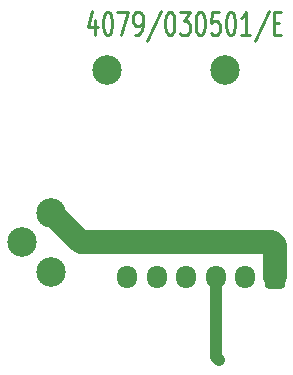
<source format=gbr>
%TF.GenerationSoftware,KiCad,Pcbnew,9.0.0*%
%TF.CreationDate,2025-03-13T20:31:58+01:00*%
%TF.ProjectId,Tasterplatine,54617374-6572-4706-9c61-74696e652e6b,1*%
%TF.SameCoordinates,Original*%
%TF.FileFunction,Copper,L1,Top*%
%TF.FilePolarity,Positive*%
%FSLAX46Y46*%
G04 Gerber Fmt 4.6, Leading zero omitted, Abs format (unit mm)*
G04 Created by KiCad (PCBNEW 9.0.0) date 2025-03-13 20:31:58*
%MOMM*%
%LPD*%
G01*
G04 APERTURE LIST*
G04 Aperture macros list*
%AMRoundRect*
0 Rectangle with rounded corners*
0 $1 Rounding radius*
0 $2 $3 $4 $5 $6 $7 $8 $9 X,Y pos of 4 corners*
0 Add a 4 corners polygon primitive as box body*
4,1,4,$2,$3,$4,$5,$6,$7,$8,$9,$2,$3,0*
0 Add four circle primitives for the rounded corners*
1,1,$1+$1,$2,$3*
1,1,$1+$1,$4,$5*
1,1,$1+$1,$6,$7*
1,1,$1+$1,$8,$9*
0 Add four rect primitives between the rounded corners*
20,1,$1+$1,$2,$3,$4,$5,0*
20,1,$1+$1,$4,$5,$6,$7,0*
20,1,$1+$1,$6,$7,$8,$9,0*
20,1,$1+$1,$8,$9,$2,$3,0*%
G04 Aperture macros list end*
%ADD10C,0.250000*%
%TA.AperFunction,NonConductor*%
%ADD11C,0.250000*%
%TD*%
%TA.AperFunction,ComponentPad*%
%ADD12C,2.500000*%
%TD*%
%TA.AperFunction,ComponentPad*%
%ADD13RoundRect,0.250000X0.600000X0.725000X-0.600000X0.725000X-0.600000X-0.725000X0.600000X-0.725000X0*%
%TD*%
%TA.AperFunction,ComponentPad*%
%ADD14O,1.700000X1.950000*%
%TD*%
%TA.AperFunction,ViaPad*%
%ADD15C,1.000000*%
%TD*%
%TA.AperFunction,Conductor*%
%ADD16C,2.000000*%
%TD*%
%TA.AperFunction,Conductor*%
%ADD17C,1.000000*%
%TD*%
G04 APERTURE END LIST*
D10*
D11*
X50578473Y-56658904D02*
X50578473Y-57992238D01*
X50257044Y-55897000D02*
X49935615Y-57325571D01*
X49935615Y-57325571D02*
X50771330Y-57325571D01*
X51542758Y-55992238D02*
X51671329Y-55992238D01*
X51671329Y-55992238D02*
X51799901Y-56087476D01*
X51799901Y-56087476D02*
X51864187Y-56182714D01*
X51864187Y-56182714D02*
X51928472Y-56373190D01*
X51928472Y-56373190D02*
X51992758Y-56754142D01*
X51992758Y-56754142D02*
X51992758Y-57230333D01*
X51992758Y-57230333D02*
X51928472Y-57611285D01*
X51928472Y-57611285D02*
X51864187Y-57801761D01*
X51864187Y-57801761D02*
X51799901Y-57897000D01*
X51799901Y-57897000D02*
X51671329Y-57992238D01*
X51671329Y-57992238D02*
X51542758Y-57992238D01*
X51542758Y-57992238D02*
X51414187Y-57897000D01*
X51414187Y-57897000D02*
X51349901Y-57801761D01*
X51349901Y-57801761D02*
X51285615Y-57611285D01*
X51285615Y-57611285D02*
X51221329Y-57230333D01*
X51221329Y-57230333D02*
X51221329Y-56754142D01*
X51221329Y-56754142D02*
X51285615Y-56373190D01*
X51285615Y-56373190D02*
X51349901Y-56182714D01*
X51349901Y-56182714D02*
X51414187Y-56087476D01*
X51414187Y-56087476D02*
X51542758Y-55992238D01*
X52442758Y-55992238D02*
X53342758Y-55992238D01*
X53342758Y-55992238D02*
X52764186Y-57992238D01*
X53921329Y-57992238D02*
X54178472Y-57992238D01*
X54178472Y-57992238D02*
X54307043Y-57897000D01*
X54307043Y-57897000D02*
X54371329Y-57801761D01*
X54371329Y-57801761D02*
X54499900Y-57516047D01*
X54499900Y-57516047D02*
X54564186Y-57135095D01*
X54564186Y-57135095D02*
X54564186Y-56373190D01*
X54564186Y-56373190D02*
X54499900Y-56182714D01*
X54499900Y-56182714D02*
X54435615Y-56087476D01*
X54435615Y-56087476D02*
X54307043Y-55992238D01*
X54307043Y-55992238D02*
X54049900Y-55992238D01*
X54049900Y-55992238D02*
X53921329Y-56087476D01*
X53921329Y-56087476D02*
X53857043Y-56182714D01*
X53857043Y-56182714D02*
X53792757Y-56373190D01*
X53792757Y-56373190D02*
X53792757Y-56849380D01*
X53792757Y-56849380D02*
X53857043Y-57039857D01*
X53857043Y-57039857D02*
X53921329Y-57135095D01*
X53921329Y-57135095D02*
X54049900Y-57230333D01*
X54049900Y-57230333D02*
X54307043Y-57230333D01*
X54307043Y-57230333D02*
X54435615Y-57135095D01*
X54435615Y-57135095D02*
X54499900Y-57039857D01*
X54499900Y-57039857D02*
X54564186Y-56849380D01*
X56107043Y-55897000D02*
X54949900Y-58468428D01*
X56814186Y-55992238D02*
X56942757Y-55992238D01*
X56942757Y-55992238D02*
X57071329Y-56087476D01*
X57071329Y-56087476D02*
X57135615Y-56182714D01*
X57135615Y-56182714D02*
X57199900Y-56373190D01*
X57199900Y-56373190D02*
X57264186Y-56754142D01*
X57264186Y-56754142D02*
X57264186Y-57230333D01*
X57264186Y-57230333D02*
X57199900Y-57611285D01*
X57199900Y-57611285D02*
X57135615Y-57801761D01*
X57135615Y-57801761D02*
X57071329Y-57897000D01*
X57071329Y-57897000D02*
X56942757Y-57992238D01*
X56942757Y-57992238D02*
X56814186Y-57992238D01*
X56814186Y-57992238D02*
X56685615Y-57897000D01*
X56685615Y-57897000D02*
X56621329Y-57801761D01*
X56621329Y-57801761D02*
X56557043Y-57611285D01*
X56557043Y-57611285D02*
X56492757Y-57230333D01*
X56492757Y-57230333D02*
X56492757Y-56754142D01*
X56492757Y-56754142D02*
X56557043Y-56373190D01*
X56557043Y-56373190D02*
X56621329Y-56182714D01*
X56621329Y-56182714D02*
X56685615Y-56087476D01*
X56685615Y-56087476D02*
X56814186Y-55992238D01*
X57714186Y-55992238D02*
X58549900Y-55992238D01*
X58549900Y-55992238D02*
X58099900Y-56754142D01*
X58099900Y-56754142D02*
X58292757Y-56754142D01*
X58292757Y-56754142D02*
X58421329Y-56849380D01*
X58421329Y-56849380D02*
X58485614Y-56944619D01*
X58485614Y-56944619D02*
X58549900Y-57135095D01*
X58549900Y-57135095D02*
X58549900Y-57611285D01*
X58549900Y-57611285D02*
X58485614Y-57801761D01*
X58485614Y-57801761D02*
X58421329Y-57897000D01*
X58421329Y-57897000D02*
X58292757Y-57992238D01*
X58292757Y-57992238D02*
X57907043Y-57992238D01*
X57907043Y-57992238D02*
X57778471Y-57897000D01*
X57778471Y-57897000D02*
X57714186Y-57801761D01*
X59385614Y-55992238D02*
X59514185Y-55992238D01*
X59514185Y-55992238D02*
X59642757Y-56087476D01*
X59642757Y-56087476D02*
X59707043Y-56182714D01*
X59707043Y-56182714D02*
X59771328Y-56373190D01*
X59771328Y-56373190D02*
X59835614Y-56754142D01*
X59835614Y-56754142D02*
X59835614Y-57230333D01*
X59835614Y-57230333D02*
X59771328Y-57611285D01*
X59771328Y-57611285D02*
X59707043Y-57801761D01*
X59707043Y-57801761D02*
X59642757Y-57897000D01*
X59642757Y-57897000D02*
X59514185Y-57992238D01*
X59514185Y-57992238D02*
X59385614Y-57992238D01*
X59385614Y-57992238D02*
X59257043Y-57897000D01*
X59257043Y-57897000D02*
X59192757Y-57801761D01*
X59192757Y-57801761D02*
X59128471Y-57611285D01*
X59128471Y-57611285D02*
X59064185Y-57230333D01*
X59064185Y-57230333D02*
X59064185Y-56754142D01*
X59064185Y-56754142D02*
X59128471Y-56373190D01*
X59128471Y-56373190D02*
X59192757Y-56182714D01*
X59192757Y-56182714D02*
X59257043Y-56087476D01*
X59257043Y-56087476D02*
X59385614Y-55992238D01*
X61057042Y-55992238D02*
X60414185Y-55992238D01*
X60414185Y-55992238D02*
X60349899Y-56944619D01*
X60349899Y-56944619D02*
X60414185Y-56849380D01*
X60414185Y-56849380D02*
X60542757Y-56754142D01*
X60542757Y-56754142D02*
X60864185Y-56754142D01*
X60864185Y-56754142D02*
X60992757Y-56849380D01*
X60992757Y-56849380D02*
X61057042Y-56944619D01*
X61057042Y-56944619D02*
X61121328Y-57135095D01*
X61121328Y-57135095D02*
X61121328Y-57611285D01*
X61121328Y-57611285D02*
X61057042Y-57801761D01*
X61057042Y-57801761D02*
X60992757Y-57897000D01*
X60992757Y-57897000D02*
X60864185Y-57992238D01*
X60864185Y-57992238D02*
X60542757Y-57992238D01*
X60542757Y-57992238D02*
X60414185Y-57897000D01*
X60414185Y-57897000D02*
X60349899Y-57801761D01*
X61957042Y-55992238D02*
X62085613Y-55992238D01*
X62085613Y-55992238D02*
X62214185Y-56087476D01*
X62214185Y-56087476D02*
X62278471Y-56182714D01*
X62278471Y-56182714D02*
X62342756Y-56373190D01*
X62342756Y-56373190D02*
X62407042Y-56754142D01*
X62407042Y-56754142D02*
X62407042Y-57230333D01*
X62407042Y-57230333D02*
X62342756Y-57611285D01*
X62342756Y-57611285D02*
X62278471Y-57801761D01*
X62278471Y-57801761D02*
X62214185Y-57897000D01*
X62214185Y-57897000D02*
X62085613Y-57992238D01*
X62085613Y-57992238D02*
X61957042Y-57992238D01*
X61957042Y-57992238D02*
X61828471Y-57897000D01*
X61828471Y-57897000D02*
X61764185Y-57801761D01*
X61764185Y-57801761D02*
X61699899Y-57611285D01*
X61699899Y-57611285D02*
X61635613Y-57230333D01*
X61635613Y-57230333D02*
X61635613Y-56754142D01*
X61635613Y-56754142D02*
X61699899Y-56373190D01*
X61699899Y-56373190D02*
X61764185Y-56182714D01*
X61764185Y-56182714D02*
X61828471Y-56087476D01*
X61828471Y-56087476D02*
X61957042Y-55992238D01*
X63692756Y-57992238D02*
X62921327Y-57992238D01*
X63307042Y-57992238D02*
X63307042Y-55992238D01*
X63307042Y-55992238D02*
X63178470Y-56277952D01*
X63178470Y-56277952D02*
X63049899Y-56468428D01*
X63049899Y-56468428D02*
X62921327Y-56563666D01*
X65235613Y-55897000D02*
X64078470Y-58468428D01*
X65685613Y-56944619D02*
X66135613Y-56944619D01*
X66328470Y-57992238D02*
X65685613Y-57992238D01*
X65685613Y-57992238D02*
X65685613Y-55992238D01*
X65685613Y-55992238D02*
X66328470Y-55992238D01*
D12*
%TO.P,LA1,1,-*%
%TO.N,Net-(J1-Pin_5)*%
X51514000Y-60920000D03*
%TO.P,LA1,2,+*%
%TO.N,Net-(J1-Pin_4)*%
X61514000Y-60920000D03*
%TD*%
%TO.P,SW1,1,A*%
%TO.N,Net-(J1-Pin_2)*%
X46839000Y-78000000D03*
%TO.P,SW1,2,B*%
%TO.N,Net-(J1-Pin_3)*%
X44339000Y-75500000D03*
%TO.P,SW1,3,C*%
%TO.N,Net-(J1-Pin_1)*%
X46839000Y-73000000D03*
%TD*%
D13*
%TO.P,J1,1,Pin_1*%
%TO.N,Net-(J1-Pin_1)*%
X65764000Y-78500000D03*
D14*
%TO.P,J1,2,Pin_2*%
%TO.N,Net-(J1-Pin_2)*%
X63264000Y-78500000D03*
%TO.P,J1,3,Pin_3*%
%TO.N,Net-(J1-Pin_3)*%
X60764000Y-78500000D03*
%TO.P,J1,4,Pin_4*%
%TO.N,Net-(J1-Pin_4)*%
X58264000Y-78500000D03*
%TO.P,J1,5,Pin_5*%
%TO.N,Net-(J1-Pin_5)*%
X55764000Y-78500000D03*
%TO.P,J1,6,Pin_6*%
%TO.N,unconnected-(J1-Pin_6-Pad6)*%
X53264000Y-78500000D03*
%TD*%
D15*
%TO.N,Net-(J1-Pin_3)*%
X61014000Y-85500000D03*
%TD*%
D16*
%TO.N,Net-(J1-Pin_1)*%
X65514000Y-75500000D02*
X49339000Y-75500000D01*
X49339000Y-75500000D02*
X46839000Y-73000000D01*
X65764000Y-75750000D02*
X65514000Y-75500000D01*
X65764000Y-78500000D02*
X65764000Y-75750000D01*
D17*
%TO.N,Net-(J1-Pin_3)*%
X60764000Y-78500000D02*
X60764000Y-85250000D01*
X60764000Y-85250000D02*
X61014000Y-85500000D01*
%TD*%
M02*

</source>
